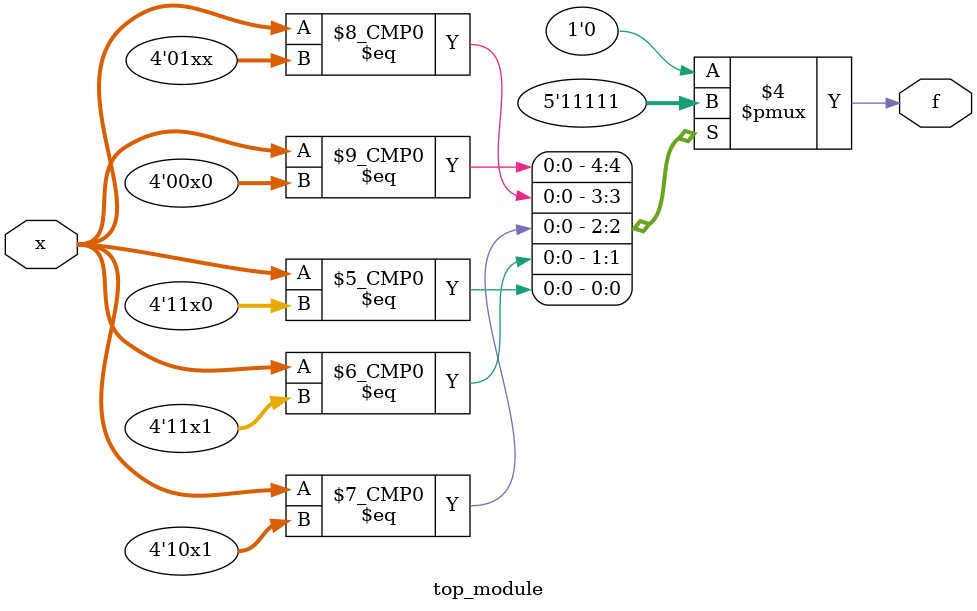
<source format=sv>
module top_module (
    input [4:1] x,
    output logic f
);

// Define the truth table for the function f
always_comb begin
    case (x)
        4'b00x0 : f = 1;    // x[3]=0, x[4]=don't care
        4'b01xx : f = 1;    // x[3]=1, x[4]=don't care
        4'b10x1 : f = 1;    // x[3]=don't care, x[4]=1
        4'b11x1 : f = 1;    // x[3]=don't care, x[4]=1
        4'b11x0 : f = 1;    // x[3]=don't care, x[4]=0
        4'b1xxx : f = 0;    // x[3]=don't care, x[4]=don't care
        default : f = 0;    // All other cases
    endcase
end

endmodule

</source>
